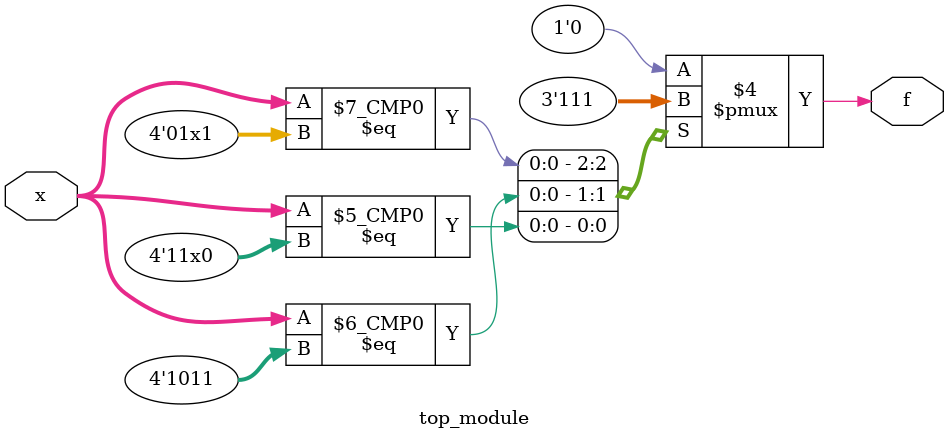
<source format=sv>
module top_module (
    input [4:1] x,
    output logic f
);

    always_comb begin
        case ({x[4], x[3], x[2], x[1]})
            4'b00x0: f = 1'b0;
            4'b01x0: f = 1'b0;
            4'b01x1: f = 1'b1;
            4'b1011: f = 1'b1;
            4'b11x0: f = 1'b1;
            4'b1100: f = 1'b1;
            4'b1101: f = 1'b0;
            default: f = 1'b0;
        endcase
    end
endmodule

</source>
